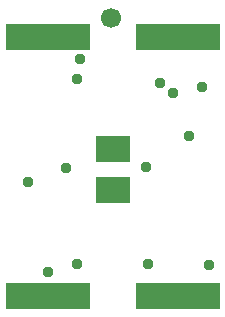
<source format=gbr>
%TF.GenerationSoftware,Altium Limited,Altium Designer,18.1.9 (240)*%
G04 Layer_Color=8388736*
%FSLAX45Y45*%
%MOMM*%
%TF.FileFunction,Soldermask,Top*%
%TF.Part,Single*%
G01*
G75*
%TA.AperFunction,ViaPad*%
%ADD35C,0.95000*%
%ADD36C,1.70000*%
%TA.AperFunction,ConnectorPad*%
%ADD37R,7.20000X2.20000*%
%TA.AperFunction,SMDPad,CuDef*%
%ADD38R,3.00000X2.20000*%
D35*
X1180058Y1295063D02*
D03*
X1300000Y2010000D02*
D03*
X592500Y2042500D02*
D03*
X1712580Y465080D02*
D03*
X350000Y404687D02*
D03*
X622660Y2210000D02*
D03*
X1658760Y1970000D02*
D03*
X1407500Y1920000D02*
D03*
X1547500Y1560000D02*
D03*
X505000Y1287500D02*
D03*
X185000Y1172500D02*
D03*
X1197660Y475160D02*
D03*
X594180D02*
D03*
D36*
X887500Y2560000D02*
D03*
D37*
X1447500Y200000D02*
D03*
Y2400000D02*
D03*
X350000Y200000D02*
D03*
Y2400000D02*
D03*
D38*
X900000Y1100000D02*
D03*
Y1450000D02*
D03*
%TF.MD5,df6238e3505ae561ff430bfbc3578a7f*%
M02*

</source>
